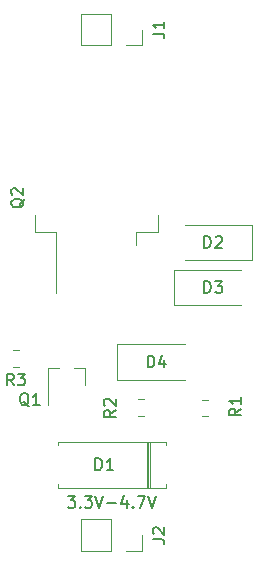
<source format=gbr>
%TF.GenerationSoftware,KiCad,Pcbnew,5.99.0+really5.1.10+dfsg1-1*%
%TF.CreationDate,2021-08-26T21:24:32+10:00*%
%TF.ProjectId,power-clamp,706f7765-722d-4636-9c61-6d702e6b6963,rev?*%
%TF.SameCoordinates,Original*%
%TF.FileFunction,Legend,Top*%
%TF.FilePolarity,Positive*%
%FSLAX46Y46*%
G04 Gerber Fmt 4.6, Leading zero omitted, Abs format (unit mm)*
G04 Created by KiCad (PCBNEW 5.99.0+really5.1.10+dfsg1-1) date 2021-08-26 21:24:32*
%MOMM*%
%LPD*%
G01*
G04 APERTURE LIST*
%ADD10C,0.120000*%
%ADD11C,0.150000*%
G04 APERTURE END LIST*
D10*
%TO.C,Q2*%
X65420000Y-56830000D02*
X65420000Y-58330000D01*
X65420000Y-58330000D02*
X67230000Y-58330000D01*
X67230000Y-58330000D02*
X67230000Y-63455000D01*
X75820000Y-56830000D02*
X75820000Y-58330000D01*
X75820000Y-58330000D02*
X74010000Y-58330000D01*
X74010000Y-58330000D02*
X74010000Y-59430000D01*
%TO.C,D1*%
X75155000Y-79970000D02*
X75155000Y-76030000D01*
X74915000Y-79970000D02*
X74915000Y-76030000D01*
X75035000Y-79970000D02*
X75035000Y-76030000D01*
X67350000Y-76030000D02*
X67350000Y-76360000D01*
X76490000Y-76030000D02*
X67350000Y-76030000D01*
X76490000Y-76360000D02*
X76490000Y-76030000D01*
X67350000Y-79970000D02*
X67350000Y-79640000D01*
X76490000Y-79970000D02*
X67350000Y-79970000D01*
X76490000Y-79640000D02*
X76490000Y-79970000D01*
%TO.C,R3*%
X64061252Y-69710000D02*
X63538748Y-69710000D01*
X64061252Y-68290000D02*
X63538748Y-68290000D01*
%TO.C,R2*%
X74168748Y-72410000D02*
X74691252Y-72410000D01*
X74168748Y-73830000D02*
X74691252Y-73830000D01*
%TO.C,R1*%
X80061252Y-73910000D02*
X79538748Y-73910000D01*
X80061252Y-72490000D02*
X79538748Y-72490000D01*
%TO.C,Q1*%
X69660000Y-69820000D02*
X68730000Y-69820000D01*
X66500000Y-69820000D02*
X67430000Y-69820000D01*
X66500000Y-69820000D02*
X66500000Y-72980000D01*
X69660000Y-69820000D02*
X69660000Y-71280000D01*
%TO.C,J2*%
X71890000Y-82625000D02*
X71890000Y-85285000D01*
X71890000Y-82625000D02*
X69290000Y-82625000D01*
X69290000Y-82625000D02*
X69290000Y-85285000D01*
X71890000Y-85285000D02*
X69290000Y-85285000D01*
X74490000Y-85285000D02*
X73160000Y-85285000D01*
X74490000Y-83955000D02*
X74490000Y-85285000D01*
%TO.C,J1*%
X71890000Y-39826000D02*
X71890000Y-42486000D01*
X71890000Y-39826000D02*
X69290000Y-39826000D01*
X69290000Y-39826000D02*
X69290000Y-42486000D01*
X71890000Y-42486000D02*
X69290000Y-42486000D01*
X74490000Y-42486000D02*
X73160000Y-42486000D01*
X74490000Y-41156000D02*
X74490000Y-42486000D01*
%TO.C,D4*%
X78100000Y-67810000D02*
X72400000Y-67810000D01*
X72400000Y-67810000D02*
X72400000Y-70810000D01*
X72400000Y-70810000D02*
X78100000Y-70810000D01*
%TO.C,D3*%
X82900000Y-61500000D02*
X77200000Y-61500000D01*
X77200000Y-61500000D02*
X77200000Y-64500000D01*
X77200000Y-64500000D02*
X82900000Y-64500000D01*
%TO.C,D2*%
X78100000Y-60690000D02*
X83800000Y-60690000D01*
X83800000Y-60690000D02*
X83800000Y-57690000D01*
X83800000Y-57690000D02*
X78100000Y-57690000D01*
%TO.C,Q2*%
D11*
X64517619Y-55475238D02*
X64470000Y-55570476D01*
X64374761Y-55665714D01*
X64231904Y-55808571D01*
X64184285Y-55903809D01*
X64184285Y-55999047D01*
X64422380Y-55951428D02*
X64374761Y-56046666D01*
X64279523Y-56141904D01*
X64089047Y-56189523D01*
X63755714Y-56189523D01*
X63565238Y-56141904D01*
X63470000Y-56046666D01*
X63422380Y-55951428D01*
X63422380Y-55760952D01*
X63470000Y-55665714D01*
X63565238Y-55570476D01*
X63755714Y-55522857D01*
X64089047Y-55522857D01*
X64279523Y-55570476D01*
X64374761Y-55665714D01*
X64422380Y-55760952D01*
X64422380Y-55951428D01*
X63517619Y-55141904D02*
X63470000Y-55094285D01*
X63422380Y-54999047D01*
X63422380Y-54760952D01*
X63470000Y-54665714D01*
X63517619Y-54618095D01*
X63612857Y-54570476D01*
X63708095Y-54570476D01*
X63850952Y-54618095D01*
X64422380Y-55189523D01*
X64422380Y-54570476D01*
%TO.C,D1*%
X70546904Y-78452380D02*
X70546904Y-77452380D01*
X70785000Y-77452380D01*
X70927857Y-77500000D01*
X71023095Y-77595238D01*
X71070714Y-77690476D01*
X71118333Y-77880952D01*
X71118333Y-78023809D01*
X71070714Y-78214285D01*
X71023095Y-78309523D01*
X70927857Y-78404761D01*
X70785000Y-78452380D01*
X70546904Y-78452380D01*
X72070714Y-78452380D02*
X71499285Y-78452380D01*
X71785000Y-78452380D02*
X71785000Y-77452380D01*
X71689761Y-77595238D01*
X71594523Y-77690476D01*
X71499285Y-77738095D01*
X68205714Y-80627380D02*
X68824761Y-80627380D01*
X68491428Y-81008333D01*
X68634285Y-81008333D01*
X68729523Y-81055952D01*
X68777142Y-81103571D01*
X68824761Y-81198809D01*
X68824761Y-81436904D01*
X68777142Y-81532142D01*
X68729523Y-81579761D01*
X68634285Y-81627380D01*
X68348571Y-81627380D01*
X68253333Y-81579761D01*
X68205714Y-81532142D01*
X69253333Y-81532142D02*
X69300952Y-81579761D01*
X69253333Y-81627380D01*
X69205714Y-81579761D01*
X69253333Y-81532142D01*
X69253333Y-81627380D01*
X69634285Y-80627380D02*
X70253333Y-80627380D01*
X69920000Y-81008333D01*
X70062857Y-81008333D01*
X70158095Y-81055952D01*
X70205714Y-81103571D01*
X70253333Y-81198809D01*
X70253333Y-81436904D01*
X70205714Y-81532142D01*
X70158095Y-81579761D01*
X70062857Y-81627380D01*
X69777142Y-81627380D01*
X69681904Y-81579761D01*
X69634285Y-81532142D01*
X70539047Y-80627380D02*
X70872380Y-81627380D01*
X71205714Y-80627380D01*
X71539047Y-81246428D02*
X72300952Y-81246428D01*
X73205714Y-80960714D02*
X73205714Y-81627380D01*
X72967619Y-80579761D02*
X72729523Y-81294047D01*
X73348571Y-81294047D01*
X73729523Y-81532142D02*
X73777142Y-81579761D01*
X73729523Y-81627380D01*
X73681904Y-81579761D01*
X73729523Y-81532142D01*
X73729523Y-81627380D01*
X74110476Y-80627380D02*
X74777142Y-80627380D01*
X74348571Y-81627380D01*
X75015238Y-80627380D02*
X75348571Y-81627380D01*
X75681904Y-80627380D01*
%TO.C,R3*%
X63633333Y-71277380D02*
X63300000Y-70801190D01*
X63061904Y-71277380D02*
X63061904Y-70277380D01*
X63442857Y-70277380D01*
X63538095Y-70325000D01*
X63585714Y-70372619D01*
X63633333Y-70467857D01*
X63633333Y-70610714D01*
X63585714Y-70705952D01*
X63538095Y-70753571D01*
X63442857Y-70801190D01*
X63061904Y-70801190D01*
X63966666Y-70277380D02*
X64585714Y-70277380D01*
X64252380Y-70658333D01*
X64395238Y-70658333D01*
X64490476Y-70705952D01*
X64538095Y-70753571D01*
X64585714Y-70848809D01*
X64585714Y-71086904D01*
X64538095Y-71182142D01*
X64490476Y-71229761D01*
X64395238Y-71277380D01*
X64109523Y-71277380D01*
X64014285Y-71229761D01*
X63966666Y-71182142D01*
%TO.C,R2*%
X72252380Y-73366666D02*
X71776190Y-73700000D01*
X72252380Y-73938095D02*
X71252380Y-73938095D01*
X71252380Y-73557142D01*
X71300000Y-73461904D01*
X71347619Y-73414285D01*
X71442857Y-73366666D01*
X71585714Y-73366666D01*
X71680952Y-73414285D01*
X71728571Y-73461904D01*
X71776190Y-73557142D01*
X71776190Y-73938095D01*
X71347619Y-72985714D02*
X71300000Y-72938095D01*
X71252380Y-72842857D01*
X71252380Y-72604761D01*
X71300000Y-72509523D01*
X71347619Y-72461904D01*
X71442857Y-72414285D01*
X71538095Y-72414285D01*
X71680952Y-72461904D01*
X72252380Y-73033333D01*
X72252380Y-72414285D01*
%TO.C,R1*%
X82877380Y-73246666D02*
X82401190Y-73580000D01*
X82877380Y-73818095D02*
X81877380Y-73818095D01*
X81877380Y-73437142D01*
X81925000Y-73341904D01*
X81972619Y-73294285D01*
X82067857Y-73246666D01*
X82210714Y-73246666D01*
X82305952Y-73294285D01*
X82353571Y-73341904D01*
X82401190Y-73437142D01*
X82401190Y-73818095D01*
X82877380Y-72294285D02*
X82877380Y-72865714D01*
X82877380Y-72580000D02*
X81877380Y-72580000D01*
X82020238Y-72675238D01*
X82115476Y-72770476D01*
X82163095Y-72865714D01*
%TO.C,Q1*%
X64904761Y-73047619D02*
X64809523Y-73000000D01*
X64714285Y-72904761D01*
X64571428Y-72761904D01*
X64476190Y-72714285D01*
X64380952Y-72714285D01*
X64428571Y-72952380D02*
X64333333Y-72904761D01*
X64238095Y-72809523D01*
X64190476Y-72619047D01*
X64190476Y-72285714D01*
X64238095Y-72095238D01*
X64333333Y-72000000D01*
X64428571Y-71952380D01*
X64619047Y-71952380D01*
X64714285Y-72000000D01*
X64809523Y-72095238D01*
X64857142Y-72285714D01*
X64857142Y-72619047D01*
X64809523Y-72809523D01*
X64714285Y-72904761D01*
X64619047Y-72952380D01*
X64428571Y-72952380D01*
X65809523Y-72952380D02*
X65238095Y-72952380D01*
X65523809Y-72952380D02*
X65523809Y-71952380D01*
X65428571Y-72095238D01*
X65333333Y-72190476D01*
X65238095Y-72238095D01*
%TO.C,J2*%
X75382380Y-84288333D02*
X76096666Y-84288333D01*
X76239523Y-84335952D01*
X76334761Y-84431190D01*
X76382380Y-84574047D01*
X76382380Y-84669285D01*
X75477619Y-83859761D02*
X75430000Y-83812142D01*
X75382380Y-83716904D01*
X75382380Y-83478809D01*
X75430000Y-83383571D01*
X75477619Y-83335952D01*
X75572857Y-83288333D01*
X75668095Y-83288333D01*
X75810952Y-83335952D01*
X76382380Y-83907380D01*
X76382380Y-83288333D01*
%TO.C,J1*%
X75382380Y-41489333D02*
X76096666Y-41489333D01*
X76239523Y-41536952D01*
X76334761Y-41632190D01*
X76382380Y-41775047D01*
X76382380Y-41870285D01*
X76382380Y-40489333D02*
X76382380Y-41060761D01*
X76382380Y-40775047D02*
X75382380Y-40775047D01*
X75525238Y-40870285D01*
X75620476Y-40965523D01*
X75668095Y-41060761D01*
%TO.C,D4*%
X74961904Y-69762380D02*
X74961904Y-68762380D01*
X75200000Y-68762380D01*
X75342857Y-68810000D01*
X75438095Y-68905238D01*
X75485714Y-69000476D01*
X75533333Y-69190952D01*
X75533333Y-69333809D01*
X75485714Y-69524285D01*
X75438095Y-69619523D01*
X75342857Y-69714761D01*
X75200000Y-69762380D01*
X74961904Y-69762380D01*
X76390476Y-69095714D02*
X76390476Y-69762380D01*
X76152380Y-68714761D02*
X75914285Y-69429047D01*
X76533333Y-69429047D01*
%TO.C,D3*%
X79761904Y-63452380D02*
X79761904Y-62452380D01*
X80000000Y-62452380D01*
X80142857Y-62500000D01*
X80238095Y-62595238D01*
X80285714Y-62690476D01*
X80333333Y-62880952D01*
X80333333Y-63023809D01*
X80285714Y-63214285D01*
X80238095Y-63309523D01*
X80142857Y-63404761D01*
X80000000Y-63452380D01*
X79761904Y-63452380D01*
X80666666Y-62452380D02*
X81285714Y-62452380D01*
X80952380Y-62833333D01*
X81095238Y-62833333D01*
X81190476Y-62880952D01*
X81238095Y-62928571D01*
X81285714Y-63023809D01*
X81285714Y-63261904D01*
X81238095Y-63357142D01*
X81190476Y-63404761D01*
X81095238Y-63452380D01*
X80809523Y-63452380D01*
X80714285Y-63404761D01*
X80666666Y-63357142D01*
%TO.C,D2*%
X79761904Y-59642380D02*
X79761904Y-58642380D01*
X80000000Y-58642380D01*
X80142857Y-58690000D01*
X80238095Y-58785238D01*
X80285714Y-58880476D01*
X80333333Y-59070952D01*
X80333333Y-59213809D01*
X80285714Y-59404285D01*
X80238095Y-59499523D01*
X80142857Y-59594761D01*
X80000000Y-59642380D01*
X79761904Y-59642380D01*
X80714285Y-58737619D02*
X80761904Y-58690000D01*
X80857142Y-58642380D01*
X81095238Y-58642380D01*
X81190476Y-58690000D01*
X81238095Y-58737619D01*
X81285714Y-58832857D01*
X81285714Y-58928095D01*
X81238095Y-59070952D01*
X80666666Y-59642380D01*
X81285714Y-59642380D01*
%TD*%
M02*

</source>
